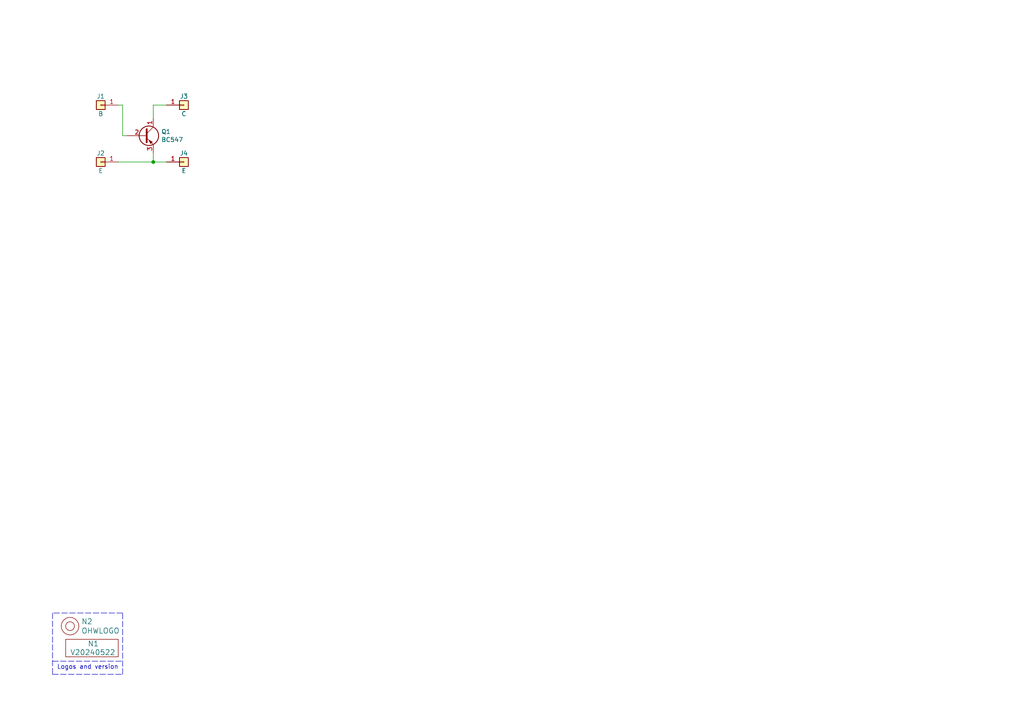
<source format=kicad_sch>
(kicad_sch (version 20230121) (generator eeschema)
  (paper "A4")
  (lib_symbols
    (symbol "Connector_Generic:Conn_01x01" (pin_names (offset 1.016) hide)
      (property "Reference" "J" (at 0 2.54 0))
      (property "Value" "Conn_01x01" (at 0 -2.54 0))
      (symbol "Conn_01x01_1_1"
        (rectangle (start -1.27 0.127) (end 0 -0.127) (stroke (width 0.1524)))
        (rectangle (start -1.27 1.27) (end 1.27 -1.27) (stroke (width 0.254)) (fill (type background)))
        (pin passive line (at -5.08 0 0) (length 3.81) (name "Pin_1") (number "1"))
      )
    )
    (symbol "Device:Q_PNP_CBE" (pin_names (offset 0) hide)
      (property "Reference" "Q" (at 5.08 1.27 0))
      (property "Value" "Q_PNP_CBE" (at 5.08 -1.27 0))
      (symbol "Q_PNP_CBE_0_1"
        (polyline (pts (xy 0.635 0.635) (xy 2.54 2.54)))
        (polyline (pts (xy 0.635 -0.635) (xy 2.54 -2.54) (xy 2.54 -2.54)))
        (polyline (pts (xy 0.635 1.905) (xy 0.635 -1.905) (xy 0.635 -1.905)) (stroke (width 0.508)))
        (polyline (pts (xy 2.286 -1.778) (xy 1.778 -2.286) (xy 1.27 -1.27) (xy 2.286 -1.778) (xy 2.286 -1.778)) (fill (type outline)))
        (circle (center 1.27 0) (radius 2.8194) (stroke (width 0.254)))
      )
      (symbol "Q_PNP_CBE_1_1"
        (pin passive line (at 2.54 5.08 270) (length 2.54) (name "C") (number "1"))
        (pin input line (at -5.08 0 0) (length 5.715) (name "B") (number "2"))
        (pin passive line (at 2.54 -5.08 90) (length 2.54) (name "E") (number "3"))
      )
    )
    (symbol "SquantorLabels:OHWLOGO" (pin_names (offset 1.016))
      (property "Reference" "N" (at 0 3.81 0))
      (property "Value" "OHWLOGO" (at 0 -3.81 0))
      (symbol "OHWLOGO_0_1"
        (circle (center 0 0) (radius 1.27))
        (circle (center 0 0) (radius 2.54))
      )
    )
    (symbol "SquantorLabels:VYYYYMMDD" (pin_names (offset 1.016))
      (property "Reference" "N" (at 0 2.54 0))
      (property "Value" "VYYYYMMDD" (at 0 0 0))
      (symbol "VYYYYMMDD_0_1"
        (rectangle (start 7.62 -1.27) (end -7.62 3.81))
      )
    )
  )
  (junction (at 44.45 46.99))
  (wire (pts (xy 44.45 30.48) (xy 48.26 30.48)))
  (wire (pts (xy 34.29 46.99) (xy 44.45 46.99)))
  (wire (pts (xy 44.45 46.99) (xy 48.26 46.99)))
  (polyline (pts (xy 15.24 177.8) (xy 15.24 195.58)) (stroke (width 0) (type dash)))
  (wire (pts (xy 34.29 30.48) (xy 35.56 30.48)))
  (polyline (pts (xy 35.56 195.58) (xy 35.56 177.8)) (stroke (width 0) (type dash)))
  (polyline (pts (xy 15.24 191.77) (xy 35.56 191.77)) (stroke (width 0) (type dash)))
  (polyline (pts (xy 35.56 177.8) (xy 15.24 177.8)) (stroke (width 0) (type dash)))
  (wire (pts (xy 44.45 44.45) (xy 44.45 46.99)))
  (wire (pts (xy 44.45 34.29) (xy 44.45 30.48)))
  (wire (pts (xy 35.56 30.48) (xy 35.56 39.37)))
  (polyline (pts (xy 15.24 195.58) (xy 35.56 195.58)) (stroke (width 0) (type dash)))
  (wire (pts (xy 35.56 39.37) (xy 36.83 39.37)))
  (text "Logos and version" (at 16.51 194.31 0) (effects (font (size 1.27 1.27)) (justify left bottom)))
  (symbol (lib_id "SquantorLabels:VYYYYMMDD") (at 26.67 189.23 0) (unit 1)
    (property "Reference" "N1" (at 25.4 186.69 0) (effects (font (size 1.524 1.524)) (justify left)))
    (property "Value" "V20240522" (at 20.32 189.23 0) (effects (font (size 1.524 1.524)) (justify left)))
    (property "Footprint" "SquantorLabels:Label_Generic" (effects hide))
  )
  (symbol (lib_id "SquantorLabels:OHWLOGO") (at 20.32 181.61 0) (unit 1)
    (property "Reference" "N2" (at 23.5712 180.2638 0) (effects (font (size 1.524 1.524)) (justify left)))
    (property "Value" "OHWLOGO" (at 23.5712 182.9562 0) (effects (font (size 1.524 1.524)) (justify left)))
    (property "Footprint" "Symbol:OSHW-Symbol_6.7x6mm_SilkScreen" (effects hide))
  )
  (symbol (lib_id "Connector_Generic:Conn_01x01") (at 29.21 46.99 180) (unit 1)
    (property "Reference" "J2" (at 29.21 44.45 0))
    (property "Value" "E" (at 29.21 49.53 0))
    (property "Footprint" "mill-max:PC_pin_nail_head_6092" (effects hide))
  )
  (symbol (lib_id "Connector_Generic:Conn_01x01") (at 29.21 30.48 180) (unit 1)
    (property "Reference" "J1" (at 29.21 27.94 0))
    (property "Value" "B" (at 29.21 33.02 0))
    (property "Footprint" "mill-max:PC_pin_nail_head_6092" (effects hide))
  )
  (symbol (lib_id "Connector_Generic:Conn_01x01") (at 53.34 30.48 0) (mirror x) (unit 1)
    (property "Reference" "J3" (at 53.34 27.94 0))
    (property "Value" "C" (at 53.34 33.02 0))
    (property "Footprint" "mill-max:PC_pin_nail_head_6092" (effects hide))
  )
  (symbol (lib_id "Connector_Generic:Conn_01x01") (at 53.34 46.99 0) (mirror x) (unit 1)
    (property "Reference" "J4" (at 53.34 44.45 0))
    (property "Value" "E" (at 53.34 49.53 0))
    (property "Footprint" "mill-max:PC_pin_nail_head_6092" (effects hide))
  )
  (symbol (lib_id "Device:Q_PNP_CBE") (at 41.91 39.37 0) (unit 1)
    (property "Reference" "Q1" (at 46.7614 38.2016 0) (effects (justify left)))
    (property "Value" "BC547" (at 46.7614 40.513 0) (effects (justify left)))
    (property "Footprint" "SquantorIC:TO-92L_Inline_transistor_CBEBC" (effects hide))
  )
)
</source>
